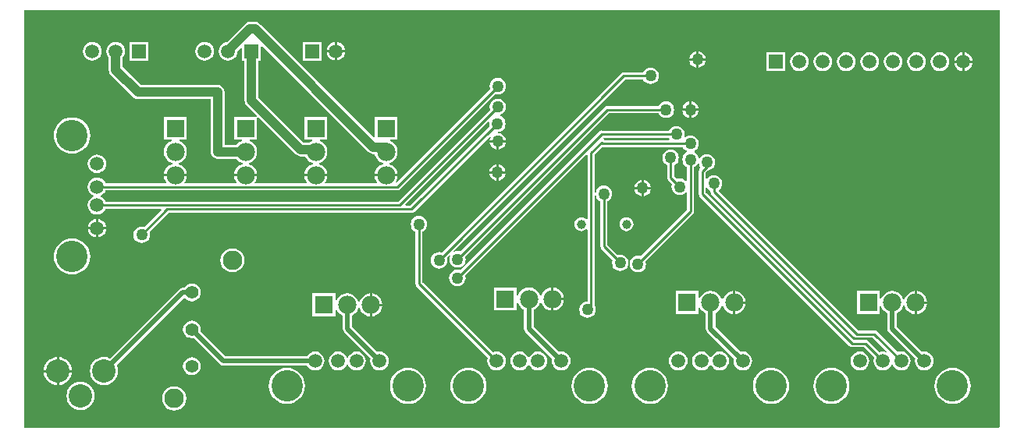
<source format=gbl>
G04*
G04 #@! TF.GenerationSoftware,Altium Limited,Altium Designer,18.1.7 (191)*
G04*
G04 Layer_Physical_Order=2*
G04 Layer_Color=16711680*
%FSLAX23Y23*%
%MOIN*%
G70*
G01*
G75*
%ADD12C,0.010*%
%ADD17C,0.040*%
%ADD34C,0.020*%
%ADD35C,0.030*%
%ADD36R,0.078X0.078*%
%ADD37C,0.078*%
%ADD38R,0.078X0.078*%
%ADD39C,0.055*%
%ADD40C,0.083*%
%ADD41R,0.059X0.059*%
%ADD42C,0.059*%
%ADD43C,0.100*%
%ADD44C,0.039*%
%ADD45C,0.134*%
%ADD46C,0.050*%
G36*
X4165Y2D02*
X4160Y-0D01*
X4160Y0D01*
X0D01*
Y1785D01*
X4165D01*
Y2D01*
D02*
G37*
%LPC*%
G36*
X1335Y1649D02*
Y1615D01*
X1369D01*
X1369Y1620D01*
X1365Y1630D01*
X1358Y1638D01*
X1350Y1645D01*
X1340Y1649D01*
X1335Y1649D01*
D02*
G37*
G36*
X1325D02*
X1320Y1649D01*
X1310Y1645D01*
X1302Y1638D01*
X1295Y1630D01*
X1291Y1620D01*
X1291Y1615D01*
X1325D01*
Y1649D01*
D02*
G37*
G36*
X2880Y1610D02*
Y1580D01*
X2910D01*
X2909Y1584D01*
X2906Y1593D01*
X2900Y1600D01*
X2893Y1606D01*
X2884Y1609D01*
X2880Y1610D01*
D02*
G37*
G36*
X2870D02*
X2866Y1609D01*
X2857Y1606D01*
X2850Y1600D01*
X2844Y1593D01*
X2841Y1584D01*
X2840Y1580D01*
X2870D01*
Y1610D01*
D02*
G37*
G36*
X1369Y1605D02*
X1335D01*
Y1571D01*
X1340Y1571D01*
X1350Y1575D01*
X1358Y1582D01*
X1365Y1590D01*
X1369Y1600D01*
X1369Y1605D01*
D02*
G37*
G36*
X1325D02*
X1291D01*
X1291Y1600D01*
X1295Y1590D01*
X1302Y1582D01*
X1310Y1575D01*
X1320Y1571D01*
X1325Y1571D01*
Y1605D01*
D02*
G37*
G36*
X1270Y1650D02*
X1190D01*
Y1570D01*
X1270D01*
Y1650D01*
D02*
G37*
G36*
X530D02*
X450D01*
Y1570D01*
X530D01*
Y1650D01*
D02*
G37*
G36*
X770Y1650D02*
X760Y1649D01*
X750Y1645D01*
X742Y1638D01*
X735Y1630D01*
X731Y1620D01*
X730Y1610D01*
X731Y1600D01*
X735Y1590D01*
X742Y1582D01*
X750Y1575D01*
X760Y1571D01*
X770Y1570D01*
X780Y1571D01*
X790Y1575D01*
X798Y1582D01*
X805Y1590D01*
X809Y1600D01*
X810Y1610D01*
X809Y1620D01*
X805Y1630D01*
X798Y1638D01*
X790Y1645D01*
X780Y1649D01*
X770Y1650D01*
D02*
G37*
G36*
X290D02*
X280Y1649D01*
X270Y1645D01*
X262Y1638D01*
X255Y1630D01*
X251Y1620D01*
X250Y1610D01*
X251Y1600D01*
X255Y1590D01*
X262Y1582D01*
X270Y1575D01*
X280Y1571D01*
X290Y1570D01*
X300Y1571D01*
X310Y1575D01*
X318Y1582D01*
X325Y1590D01*
X329Y1600D01*
X330Y1610D01*
X329Y1620D01*
X325Y1630D01*
X318Y1638D01*
X310Y1645D01*
X300Y1649D01*
X290Y1650D01*
D02*
G37*
G36*
X4015Y1604D02*
Y1570D01*
X4049D01*
X4049Y1575D01*
X4045Y1585D01*
X4038Y1593D01*
X4030Y1600D01*
X4020Y1604D01*
X4015Y1604D01*
D02*
G37*
G36*
X4005D02*
X4000Y1604D01*
X3990Y1600D01*
X3982Y1593D01*
X3975Y1585D01*
X3971Y1575D01*
X3971Y1570D01*
X4005D01*
Y1604D01*
D02*
G37*
G36*
X2910Y1570D02*
X2880D01*
Y1540D01*
X2884Y1541D01*
X2893Y1544D01*
X2900Y1550D01*
X2906Y1557D01*
X2909Y1566D01*
X2910Y1570D01*
D02*
G37*
G36*
X2870D02*
X2840D01*
X2841Y1566D01*
X2844Y1557D01*
X2850Y1550D01*
X2857Y1544D01*
X2866Y1541D01*
X2870Y1540D01*
Y1570D01*
D02*
G37*
G36*
X4049Y1560D02*
X4015D01*
Y1526D01*
X4020Y1526D01*
X4030Y1530D01*
X4038Y1537D01*
X4045Y1545D01*
X4049Y1555D01*
X4049Y1560D01*
D02*
G37*
G36*
X4005D02*
X3971D01*
X3971Y1555D01*
X3975Y1545D01*
X3982Y1537D01*
X3990Y1530D01*
X4000Y1526D01*
X4005Y1526D01*
Y1560D01*
D02*
G37*
G36*
X3250Y1605D02*
X3170D01*
Y1525D01*
X3250D01*
Y1605D01*
D02*
G37*
G36*
X3910Y1605D02*
X3900Y1604D01*
X3890Y1600D01*
X3882Y1593D01*
X3875Y1585D01*
X3871Y1575D01*
X3870Y1565D01*
X3871Y1555D01*
X3875Y1545D01*
X3882Y1537D01*
X3890Y1530D01*
X3900Y1526D01*
X3910Y1525D01*
X3920Y1526D01*
X3930Y1530D01*
X3938Y1537D01*
X3945Y1545D01*
X3949Y1555D01*
X3950Y1565D01*
X3949Y1575D01*
X3945Y1585D01*
X3938Y1593D01*
X3930Y1600D01*
X3920Y1604D01*
X3910Y1605D01*
D02*
G37*
G36*
X3810D02*
X3800Y1604D01*
X3790Y1600D01*
X3782Y1593D01*
X3775Y1585D01*
X3771Y1575D01*
X3770Y1565D01*
X3771Y1555D01*
X3775Y1545D01*
X3782Y1537D01*
X3790Y1530D01*
X3800Y1526D01*
X3810Y1525D01*
X3820Y1526D01*
X3830Y1530D01*
X3838Y1537D01*
X3845Y1545D01*
X3849Y1555D01*
X3850Y1565D01*
X3849Y1575D01*
X3845Y1585D01*
X3838Y1593D01*
X3830Y1600D01*
X3820Y1604D01*
X3810Y1605D01*
D02*
G37*
G36*
X3710D02*
X3700Y1604D01*
X3690Y1600D01*
X3682Y1593D01*
X3675Y1585D01*
X3671Y1575D01*
X3670Y1565D01*
X3671Y1555D01*
X3675Y1545D01*
X3682Y1537D01*
X3690Y1530D01*
X3700Y1526D01*
X3710Y1525D01*
X3720Y1526D01*
X3730Y1530D01*
X3738Y1537D01*
X3745Y1545D01*
X3749Y1555D01*
X3750Y1565D01*
X3749Y1575D01*
X3745Y1585D01*
X3738Y1593D01*
X3730Y1600D01*
X3720Y1604D01*
X3710Y1605D01*
D02*
G37*
G36*
X3610D02*
X3600Y1604D01*
X3590Y1600D01*
X3582Y1593D01*
X3575Y1585D01*
X3571Y1575D01*
X3570Y1565D01*
X3571Y1555D01*
X3575Y1545D01*
X3582Y1537D01*
X3590Y1530D01*
X3600Y1526D01*
X3610Y1525D01*
X3620Y1526D01*
X3630Y1530D01*
X3638Y1537D01*
X3645Y1545D01*
X3649Y1555D01*
X3650Y1565D01*
X3649Y1575D01*
X3645Y1585D01*
X3638Y1593D01*
X3630Y1600D01*
X3620Y1604D01*
X3610Y1605D01*
D02*
G37*
G36*
X3510D02*
X3500Y1604D01*
X3490Y1600D01*
X3482Y1593D01*
X3475Y1585D01*
X3471Y1575D01*
X3470Y1565D01*
X3471Y1555D01*
X3475Y1545D01*
X3482Y1537D01*
X3490Y1530D01*
X3500Y1526D01*
X3510Y1525D01*
X3520Y1526D01*
X3530Y1530D01*
X3538Y1537D01*
X3545Y1545D01*
X3549Y1555D01*
X3550Y1565D01*
X3549Y1575D01*
X3545Y1585D01*
X3538Y1593D01*
X3530Y1600D01*
X3520Y1604D01*
X3510Y1605D01*
D02*
G37*
G36*
X3410D02*
X3400Y1604D01*
X3390Y1600D01*
X3382Y1593D01*
X3375Y1585D01*
X3371Y1575D01*
X3370Y1565D01*
X3371Y1555D01*
X3375Y1545D01*
X3382Y1537D01*
X3390Y1530D01*
X3400Y1526D01*
X3410Y1525D01*
X3420Y1526D01*
X3430Y1530D01*
X3438Y1537D01*
X3445Y1545D01*
X3449Y1555D01*
X3450Y1565D01*
X3449Y1575D01*
X3445Y1585D01*
X3438Y1593D01*
X3430Y1600D01*
X3420Y1604D01*
X3410Y1605D01*
D02*
G37*
G36*
X3310D02*
X3300Y1604D01*
X3290Y1600D01*
X3282Y1593D01*
X3275Y1585D01*
X3271Y1575D01*
X3270Y1565D01*
X3271Y1555D01*
X3275Y1545D01*
X3282Y1537D01*
X3290Y1530D01*
X3300Y1526D01*
X3310Y1525D01*
X3320Y1526D01*
X3330Y1530D01*
X3338Y1537D01*
X3345Y1545D01*
X3349Y1555D01*
X3350Y1565D01*
X3349Y1575D01*
X3345Y1585D01*
X3338Y1593D01*
X3330Y1600D01*
X3320Y1604D01*
X3310Y1605D01*
D02*
G37*
G36*
X2675Y1540D02*
X2666Y1539D01*
X2657Y1536D01*
X2650Y1530D01*
X2644Y1523D01*
X2643Y1520D01*
X2560D01*
X2554Y1519D01*
X2549Y1516D01*
X1782Y749D01*
X1780Y750D01*
X1771Y751D01*
X1761Y750D01*
X1753Y746D01*
X1746Y741D01*
X1740Y733D01*
X1736Y725D01*
X1735Y716D01*
X1736Y706D01*
X1740Y698D01*
X1746Y691D01*
X1753Y685D01*
X1761Y681D01*
X1771Y680D01*
X1780Y681D01*
X1788Y685D01*
X1796Y691D01*
X1801Y698D01*
X1805Y706D01*
X1806Y716D01*
X1805Y725D01*
X1804Y727D01*
X1814Y737D01*
X1818Y734D01*
X1816Y729D01*
X1815Y720D01*
X1816Y711D01*
X1819Y702D01*
X1825Y695D01*
X1832Y689D01*
X1841Y686D01*
X1850Y685D01*
X1859Y686D01*
X1868Y689D01*
X1875Y695D01*
X1881Y702D01*
X1884Y711D01*
X1885Y720D01*
X1884Y729D01*
X1883Y731D01*
X2496Y1345D01*
X2708D01*
X2709Y1342D01*
X2715Y1335D01*
X2722Y1329D01*
X2731Y1326D01*
X2740Y1325D01*
X2749Y1326D01*
X2758Y1329D01*
X2765Y1335D01*
X2771Y1342D01*
X2774Y1351D01*
X2775Y1360D01*
X2774Y1369D01*
X2771Y1378D01*
X2765Y1385D01*
X2758Y1391D01*
X2749Y1394D01*
X2740Y1395D01*
X2731Y1394D01*
X2722Y1391D01*
X2715Y1385D01*
X2709Y1378D01*
X2708Y1375D01*
X2490D01*
X2484Y1374D01*
X2479Y1371D01*
X1861Y753D01*
X1859Y754D01*
X1850Y755D01*
X1841Y754D01*
X1836Y752D01*
X1833Y756D01*
X2566Y1490D01*
X2643D01*
X2644Y1487D01*
X2650Y1480D01*
X2657Y1474D01*
X2666Y1471D01*
X2675Y1470D01*
X2684Y1471D01*
X2693Y1474D01*
X2700Y1480D01*
X2706Y1487D01*
X2709Y1496D01*
X2710Y1505D01*
X2709Y1514D01*
X2706Y1523D01*
X2700Y1530D01*
X2693Y1536D01*
X2684Y1539D01*
X2675Y1540D01*
D02*
G37*
G36*
X2022Y1495D02*
X2013Y1494D01*
X2004Y1491D01*
X1997Y1485D01*
X1991Y1478D01*
X1988Y1469D01*
X1987Y1460D01*
X1988Y1451D01*
X1989Y1449D01*
X1590Y1050D01*
X1586Y1053D01*
X1588Y1055D01*
X1593Y1067D01*
X1594Y1075D01*
X1545D01*
X1496D01*
X1497Y1067D01*
X1502Y1055D01*
X1506Y1050D01*
X1504Y1045D01*
X1286D01*
X1284Y1050D01*
X1288Y1055D01*
X1293Y1067D01*
X1294Y1075D01*
X1245D01*
X1196D01*
X1197Y1067D01*
X1202Y1055D01*
X1206Y1050D01*
X1204Y1045D01*
X986D01*
X984Y1050D01*
X988Y1055D01*
X993Y1067D01*
X994Y1075D01*
X945D01*
X896D01*
X897Y1067D01*
X902Y1055D01*
X906Y1050D01*
X904Y1045D01*
X686D01*
X684Y1050D01*
X688Y1055D01*
X693Y1067D01*
X694Y1075D01*
X645D01*
X596D01*
X597Y1067D01*
X602Y1055D01*
X606Y1050D01*
X604Y1045D01*
X346D01*
X345Y1050D01*
X338Y1058D01*
X330Y1065D01*
X320Y1069D01*
X310Y1070D01*
X300Y1069D01*
X290Y1065D01*
X282Y1058D01*
X275Y1050D01*
X271Y1040D01*
X270Y1030D01*
X271Y1020D01*
X275Y1010D01*
X282Y1002D01*
X290Y995D01*
X295Y993D01*
Y988D01*
X290Y986D01*
X282Y979D01*
X275Y971D01*
X271Y962D01*
X270Y951D01*
X271Y941D01*
X275Y931D01*
X282Y923D01*
X290Y917D01*
X300Y913D01*
X310Y911D01*
X320Y913D01*
X330Y917D01*
X338Y923D01*
X345Y931D01*
X346Y936D01*
X584D01*
X586Y931D01*
X512Y858D01*
X510Y859D01*
X501Y860D01*
X492Y859D01*
X483Y856D01*
X476Y850D01*
X470Y843D01*
X467Y834D01*
X466Y825D01*
X467Y816D01*
X470Y807D01*
X476Y800D01*
X483Y794D01*
X492Y791D01*
X501Y790D01*
X510Y791D01*
X519Y794D01*
X526Y800D01*
X532Y807D01*
X535Y816D01*
X536Y825D01*
X535Y834D01*
X534Y836D01*
X616Y919D01*
X1654D01*
X1660Y920D01*
X1665Y923D01*
X1988Y1246D01*
X1992Y1243D01*
X1991Y1243D01*
X1988Y1234D01*
X1987Y1230D01*
X2057D01*
X2056Y1234D01*
X2053Y1243D01*
X2047Y1250D01*
X2040Y1256D01*
X2031Y1259D01*
X2024Y1260D01*
X2023Y1260D01*
X2023Y1265D01*
D01*
Y1265D01*
X2028Y1266D01*
X2029Y1266D01*
X2038Y1269D01*
X2045Y1275D01*
X2051Y1282D01*
X2054Y1291D01*
X2055Y1300D01*
X2054Y1309D01*
X2051Y1318D01*
X2045Y1325D01*
X2038Y1331D01*
X2032Y1333D01*
X2032Y1335D01*
X2032Y1338D01*
X2040Y1341D01*
X2047Y1347D01*
X2053Y1354D01*
X2056Y1363D01*
X2057Y1372D01*
X2056Y1381D01*
X2053Y1390D01*
X2047Y1397D01*
X2040Y1403D01*
X2031Y1406D01*
X2022Y1407D01*
X2013Y1406D01*
X2004Y1403D01*
X1997Y1397D01*
X1991Y1390D01*
X1988Y1381D01*
X1987Y1372D01*
X1988Y1363D01*
X1989Y1360D01*
X1595Y967D01*
X346D01*
X345Y971D01*
X338Y979D01*
X330Y986D01*
X325Y988D01*
Y993D01*
X330Y995D01*
X338Y1002D01*
X345Y1010D01*
X346Y1015D01*
X1592D01*
X1598Y1016D01*
X1603Y1019D01*
X2010Y1427D01*
X2013Y1426D01*
X2022Y1425D01*
X2031Y1426D01*
X2040Y1429D01*
X2047Y1435D01*
X2053Y1442D01*
X2056Y1451D01*
X2057Y1460D01*
X2056Y1469D01*
X2053Y1478D01*
X2047Y1485D01*
X2040Y1491D01*
X2031Y1494D01*
X2022Y1495D01*
D02*
G37*
G36*
X2850Y1395D02*
Y1365D01*
X2880D01*
X2879Y1369D01*
X2876Y1378D01*
X2870Y1385D01*
X2863Y1391D01*
X2854Y1394D01*
X2850Y1395D01*
D02*
G37*
G36*
X2840D02*
X2836Y1394D01*
X2827Y1391D01*
X2820Y1385D01*
X2814Y1378D01*
X2811Y1369D01*
X2810Y1365D01*
X2840D01*
Y1395D01*
D02*
G37*
G36*
X985Y1735D02*
X964D01*
X956Y1734D01*
X948Y1731D01*
X942Y1726D01*
X865Y1649D01*
X860Y1649D01*
X850Y1645D01*
X842Y1638D01*
X835Y1630D01*
X831Y1620D01*
X830Y1610D01*
X831Y1600D01*
X835Y1590D01*
X842Y1582D01*
X850Y1575D01*
X860Y1571D01*
X870Y1570D01*
X880Y1571D01*
X890Y1575D01*
X898Y1582D01*
X905Y1590D01*
X909Y1600D01*
X910Y1608D01*
X926Y1625D01*
X930Y1623D01*
Y1570D01*
X940D01*
Y1400D01*
X941Y1392D01*
X944Y1385D01*
X949Y1379D01*
X993Y1334D01*
X991Y1329D01*
X991Y1329D01*
Y1329D01*
X990Y1329D01*
X896D01*
Y1231D01*
X928D01*
X929Y1226D01*
X920Y1223D01*
X910Y1215D01*
X906Y1210D01*
X855D01*
Y1435D01*
X854Y1443D01*
X851Y1450D01*
X846Y1456D01*
X840Y1461D01*
X833Y1464D01*
X825Y1465D01*
X498D01*
X420Y1543D01*
Y1585D01*
X425Y1590D01*
X429Y1600D01*
X430Y1610D01*
X429Y1620D01*
X425Y1630D01*
X418Y1638D01*
X410Y1645D01*
X400Y1649D01*
X390Y1650D01*
X380Y1649D01*
X370Y1645D01*
X362Y1638D01*
X355Y1630D01*
X351Y1620D01*
X350Y1610D01*
X351Y1600D01*
X355Y1590D01*
X360Y1585D01*
Y1530D01*
X361Y1522D01*
X364Y1515D01*
X369Y1509D01*
X464Y1414D01*
X470Y1409D01*
X477Y1406D01*
X485Y1405D01*
X795D01*
Y1180D01*
X796Y1172D01*
X799Y1165D01*
X804Y1159D01*
X810Y1154D01*
X817Y1151D01*
X825Y1150D01*
X906D01*
X910Y1145D01*
X920Y1137D01*
X932Y1132D01*
Y1127D01*
X920Y1122D01*
X910Y1115D01*
X902Y1104D01*
X897Y1092D01*
X896Y1085D01*
X945D01*
X994D01*
X993Y1092D01*
X988Y1104D01*
X980Y1115D01*
X970Y1122D01*
X958Y1127D01*
Y1132D01*
X970Y1137D01*
X980Y1145D01*
X988Y1155D01*
X993Y1167D01*
X994Y1180D01*
X993Y1193D01*
X988Y1205D01*
X980Y1215D01*
X970Y1223D01*
X961Y1226D01*
X962Y1231D01*
X994D01*
Y1326D01*
X994Y1326D01*
X995Y1326D01*
X999Y1328D01*
X1159Y1169D01*
X1159Y1169D01*
X1165Y1164D01*
X1172Y1161D01*
X1180Y1160D01*
X1200D01*
X1202Y1155D01*
X1210Y1145D01*
X1220Y1137D01*
X1232Y1132D01*
Y1127D01*
X1220Y1122D01*
X1210Y1115D01*
X1202Y1104D01*
X1197Y1092D01*
X1196Y1085D01*
X1245D01*
X1294D01*
X1293Y1092D01*
X1288Y1104D01*
X1280Y1115D01*
X1270Y1122D01*
X1258Y1127D01*
Y1132D01*
X1270Y1137D01*
X1280Y1145D01*
X1288Y1155D01*
X1293Y1167D01*
X1294Y1180D01*
X1293Y1193D01*
X1288Y1205D01*
X1280Y1215D01*
X1270Y1223D01*
X1261Y1226D01*
X1262Y1231D01*
X1294D01*
Y1329D01*
X1196D01*
Y1231D01*
X1228D01*
X1229Y1226D01*
X1220Y1223D01*
X1217Y1220D01*
X1193D01*
X1000Y1413D01*
Y1570D01*
X1010D01*
Y1631D01*
X1014Y1633D01*
X1469Y1179D01*
X1475Y1174D01*
X1482Y1171D01*
X1490Y1170D01*
X1497D01*
X1497Y1167D01*
X1502Y1155D01*
X1510Y1145D01*
X1520Y1137D01*
X1532Y1132D01*
Y1127D01*
X1520Y1122D01*
X1510Y1115D01*
X1502Y1104D01*
X1497Y1092D01*
X1496Y1085D01*
X1545D01*
X1594D01*
X1593Y1092D01*
X1588Y1104D01*
X1580Y1115D01*
X1570Y1122D01*
X1558Y1127D01*
Y1132D01*
X1570Y1137D01*
X1580Y1145D01*
X1588Y1155D01*
X1593Y1167D01*
X1594Y1180D01*
X1593Y1193D01*
X1588Y1205D01*
X1580Y1215D01*
X1570Y1223D01*
X1561Y1226D01*
X1562Y1231D01*
X1594D01*
Y1329D01*
X1496D01*
Y1243D01*
X1491Y1241D01*
X1006Y1726D01*
X1000Y1731D01*
X993Y1734D01*
X985Y1735D01*
D02*
G37*
G36*
X2880Y1355D02*
X2850D01*
Y1325D01*
X2854Y1326D01*
X2863Y1329D01*
X2870Y1335D01*
X2876Y1342D01*
X2879Y1351D01*
X2880Y1355D01*
D02*
G37*
G36*
X2840D02*
X2810D01*
X2811Y1351D01*
X2814Y1342D01*
X2820Y1335D01*
X2827Y1329D01*
X2836Y1326D01*
X2840Y1325D01*
Y1355D01*
D02*
G37*
G36*
X2785Y1290D02*
X2776Y1289D01*
X2767Y1286D01*
X2760Y1280D01*
X2754Y1273D01*
X2753Y1270D01*
X2466D01*
X2465Y1271D01*
X2459Y1269D01*
X2454Y1266D01*
X1861Y673D01*
X1859Y674D01*
X1850Y675D01*
X1840Y674D01*
X1832Y671D01*
X1825Y665D01*
X1819Y658D01*
X1815Y649D01*
X1814Y640D01*
X1815Y631D01*
X1819Y622D01*
X1825Y615D01*
X1832Y609D01*
X1840Y606D01*
X1850Y605D01*
X1859Y606D01*
X1867Y609D01*
X1875Y615D01*
X1880Y622D01*
X1884Y631D01*
X1885Y640D01*
X1884Y649D01*
X1883Y651D01*
X2400Y1169D01*
X2405Y1167D01*
Y893D01*
X2403Y892D01*
X2400Y891D01*
X2394Y896D01*
X2387Y899D01*
X2379Y900D01*
X2371Y899D01*
X2364Y896D01*
X2358Y891D01*
X2353Y885D01*
X2350Y878D01*
X2349Y870D01*
X2350Y862D01*
X2353Y855D01*
X2358Y849D01*
X2364Y844D01*
X2371Y841D01*
X2379Y840D01*
X2387Y841D01*
X2394Y844D01*
X2400Y849D01*
X2403Y848D01*
X2405Y847D01*
Y540D01*
X2396Y539D01*
X2387Y536D01*
X2380Y530D01*
X2374Y523D01*
X2371Y514D01*
X2370Y505D01*
X2371Y496D01*
X2374Y487D01*
X2380Y480D01*
X2387Y474D01*
X2396Y471D01*
X2405Y470D01*
X2414Y471D01*
X2423Y474D01*
X2430Y480D01*
X2436Y487D01*
X2439Y496D01*
X2440Y505D01*
X2439Y514D01*
X2436Y523D01*
X2435Y523D01*
Y995D01*
X2440Y995D01*
X2441Y991D01*
X2444Y982D01*
X2450Y975D01*
X2457Y969D01*
X2460Y968D01*
Y775D01*
X2461Y769D01*
X2464Y764D01*
X2512Y716D01*
X2511Y714D01*
X2510Y705D01*
X2511Y696D01*
X2514Y687D01*
X2520Y680D01*
X2527Y674D01*
X2536Y671D01*
X2545Y670D01*
X2554Y671D01*
X2563Y674D01*
X2570Y680D01*
X2576Y687D01*
X2579Y696D01*
X2580Y705D01*
X2579Y714D01*
X2576Y723D01*
X2570Y730D01*
X2563Y736D01*
X2554Y739D01*
X2545Y740D01*
X2536Y739D01*
X2534Y738D01*
X2490Y781D01*
Y968D01*
X2493Y969D01*
X2500Y975D01*
X2506Y982D01*
X2509Y991D01*
X2510Y1000D01*
X2509Y1009D01*
X2506Y1018D01*
X2500Y1025D01*
X2493Y1031D01*
X2484Y1034D01*
X2475Y1035D01*
X2466Y1034D01*
X2457Y1031D01*
X2450Y1025D01*
X2444Y1018D01*
X2441Y1009D01*
X2440Y1005D01*
X2435Y1005D01*
Y1169D01*
X2467Y1200D01*
X2470Y1200D01*
X2813D01*
X2814Y1197D01*
X2820Y1190D01*
X2827Y1184D01*
X2829Y1184D01*
Y1179D01*
X2827Y1178D01*
X2820Y1172D01*
X2814Y1165D01*
X2811Y1157D01*
X2810Y1147D01*
X2811Y1138D01*
X2814Y1130D01*
X2820Y1122D01*
X2827Y1117D01*
X2830Y1116D01*
Y1056D01*
X2825Y1054D01*
X2824Y1055D01*
X2817Y1061D01*
X2809Y1064D01*
X2800Y1065D01*
X2790Y1064D01*
X2788Y1063D01*
X2775Y1076D01*
Y1123D01*
X2778Y1124D01*
X2785Y1130D01*
X2791Y1137D01*
X2794Y1146D01*
X2795Y1155D01*
X2794Y1164D01*
X2791Y1173D01*
X2785Y1180D01*
X2778Y1186D01*
X2769Y1189D01*
X2760Y1190D01*
X2751Y1189D01*
X2742Y1186D01*
X2735Y1180D01*
X2729Y1173D01*
X2726Y1164D01*
X2725Y1155D01*
X2726Y1146D01*
X2729Y1137D01*
X2735Y1130D01*
X2742Y1124D01*
X2745Y1123D01*
Y1070D01*
X2746Y1064D01*
X2749Y1059D01*
X2766Y1041D01*
X2765Y1039D01*
X2764Y1030D01*
X2765Y1021D01*
X2769Y1012D01*
X2775Y1005D01*
X2782Y999D01*
X2790Y996D01*
X2800Y995D01*
X2809Y996D01*
X2817Y999D01*
X2824Y1005D01*
X2825Y1006D01*
X2830Y1004D01*
Y931D01*
X2631Y733D01*
X2629Y734D01*
X2620Y735D01*
X2611Y734D01*
X2602Y731D01*
X2595Y725D01*
X2589Y718D01*
X2586Y709D01*
X2585Y700D01*
X2586Y691D01*
X2589Y682D01*
X2595Y675D01*
X2602Y669D01*
X2611Y666D01*
X2620Y665D01*
X2629Y666D01*
X2638Y669D01*
X2645Y675D01*
X2651Y682D01*
X2654Y691D01*
X2655Y700D01*
X2654Y709D01*
X2653Y711D01*
X2856Y914D01*
X2859Y919D01*
X2860Y925D01*
Y1116D01*
X2863Y1117D01*
X2870Y1122D01*
X2875Y1130D01*
X2876Y1130D01*
X2881Y1129D01*
X2881Y1126D01*
X2884Y1117D01*
X2888Y1112D01*
X2884Y1108D01*
X2881Y1103D01*
X2880Y1097D01*
Y1000D01*
X2881Y994D01*
X2884Y989D01*
X3524Y349D01*
X3529Y346D01*
X3535Y345D01*
X3585D01*
X3630Y300D01*
X3628Y295D01*
X3626Y285D01*
X3628Y275D01*
X3632Y265D01*
X3638Y257D01*
X3646Y250D01*
X3656Y246D01*
X3666Y245D01*
X3677Y246D01*
X3686Y250D01*
X3694Y257D01*
X3701Y265D01*
X3703Y270D01*
X3708D01*
X3710Y265D01*
X3717Y257D01*
X3725Y250D01*
X3735Y246D01*
X3745Y245D01*
X3755Y246D01*
X3765Y250D01*
X3773Y257D01*
X3780Y265D01*
X3784Y275D01*
X3785Y285D01*
X3784Y295D01*
X3780Y305D01*
X3773Y313D01*
X3765Y320D01*
X3755Y324D01*
X3745Y325D01*
X3735Y324D01*
X3730Y322D01*
X3641Y411D01*
X3636Y414D01*
X3630Y415D01*
X3561D01*
X2966Y1011D01*
X2966Y1017D01*
X2970Y1020D01*
X2976Y1027D01*
X2979Y1036D01*
X2980Y1045D01*
X2979Y1054D01*
X2976Y1063D01*
X2970Y1070D01*
X2963Y1076D01*
X2954Y1079D01*
X2945Y1080D01*
X2936Y1079D01*
X2927Y1076D01*
X2920Y1070D01*
X2915Y1064D01*
X2910Y1065D01*
Y1091D01*
X2920Y1100D01*
X2924Y1101D01*
X2933Y1104D01*
X2940Y1110D01*
X2946Y1117D01*
X2949Y1126D01*
X2950Y1135D01*
X2949Y1144D01*
X2946Y1153D01*
X2940Y1160D01*
X2933Y1166D01*
X2924Y1169D01*
X2915Y1170D01*
X2906Y1169D01*
X2897Y1166D01*
X2890Y1160D01*
X2885Y1153D01*
X2884Y1153D01*
X2879Y1154D01*
X2879Y1157D01*
X2876Y1165D01*
X2870Y1172D01*
X2863Y1178D01*
X2861Y1179D01*
Y1184D01*
X2863Y1184D01*
X2870Y1190D01*
X2876Y1197D01*
X2879Y1206D01*
X2880Y1215D01*
X2879Y1224D01*
X2876Y1233D01*
X2870Y1240D01*
X2863Y1246D01*
X2854Y1249D01*
X2845Y1250D01*
X2836Y1249D01*
X2827Y1246D01*
X2823Y1242D01*
X2819Y1245D01*
X2819Y1246D01*
X2820Y1255D01*
X2819Y1264D01*
X2816Y1273D01*
X2810Y1280D01*
X2803Y1286D01*
X2794Y1289D01*
X2785Y1290D01*
D02*
G37*
G36*
X2057Y1220D02*
X2027D01*
Y1190D01*
X2031Y1191D01*
X2040Y1194D01*
X2047Y1200D01*
X2053Y1207D01*
X2056Y1216D01*
X2057Y1220D01*
D02*
G37*
G36*
X2017D02*
X1987D01*
X1988Y1216D01*
X1991Y1207D01*
X1997Y1200D01*
X2004Y1194D01*
X2013Y1191D01*
X2017Y1190D01*
Y1220D01*
D02*
G37*
G36*
X203Y1327D02*
X188Y1325D01*
X174Y1321D01*
X160Y1314D01*
X149Y1304D01*
X139Y1292D01*
X132Y1279D01*
X127Y1264D01*
X126Y1249D01*
X127Y1234D01*
X132Y1220D01*
X139Y1206D01*
X149Y1195D01*
X160Y1185D01*
X174Y1178D01*
X188Y1173D01*
X203Y1172D01*
X218Y1173D01*
X233Y1178D01*
X246Y1185D01*
X258Y1195D01*
X268Y1206D01*
X275Y1220D01*
X279Y1234D01*
X281Y1249D01*
X279Y1264D01*
X275Y1279D01*
X268Y1292D01*
X258Y1304D01*
X246Y1314D01*
X233Y1321D01*
X218Y1325D01*
X203Y1327D01*
D02*
G37*
G36*
X2025Y1126D02*
Y1096D01*
X2055D01*
X2054Y1100D01*
X2051Y1109D01*
X2045Y1116D01*
X2038Y1122D01*
X2029Y1125D01*
X2025Y1126D01*
D02*
G37*
G36*
X2015D02*
X2011Y1125D01*
X2002Y1122D01*
X1995Y1116D01*
X1989Y1109D01*
X1986Y1100D01*
X1985Y1096D01*
X2015D01*
Y1126D01*
D02*
G37*
G36*
X310Y1168D02*
X300Y1167D01*
X290Y1163D01*
X282Y1157D01*
X275Y1148D01*
X271Y1139D01*
X270Y1128D01*
X271Y1118D01*
X275Y1108D01*
X282Y1100D01*
X290Y1094D01*
X300Y1090D01*
X310Y1089D01*
X320Y1090D01*
X330Y1094D01*
X338Y1100D01*
X345Y1108D01*
X349Y1118D01*
X350Y1128D01*
X349Y1139D01*
X345Y1148D01*
X338Y1157D01*
X330Y1163D01*
X320Y1167D01*
X310Y1168D01*
D02*
G37*
G36*
X694Y1329D02*
X596D01*
Y1231D01*
X628D01*
X629Y1226D01*
X620Y1223D01*
X610Y1215D01*
X602Y1205D01*
X597Y1193D01*
X596Y1180D01*
X597Y1167D01*
X602Y1155D01*
X610Y1145D01*
X620Y1137D01*
X632Y1132D01*
Y1127D01*
X620Y1122D01*
X610Y1115D01*
X602Y1104D01*
X597Y1092D01*
X596Y1085D01*
X645D01*
X694D01*
X693Y1092D01*
X688Y1104D01*
X680Y1115D01*
X670Y1122D01*
X658Y1127D01*
Y1132D01*
X670Y1137D01*
X680Y1145D01*
X688Y1155D01*
X693Y1167D01*
X694Y1180D01*
X693Y1193D01*
X688Y1205D01*
X680Y1215D01*
X670Y1223D01*
X661Y1226D01*
X662Y1231D01*
X694D01*
Y1329D01*
D02*
G37*
G36*
X2055Y1086D02*
X2025D01*
Y1057D01*
X2029Y1057D01*
X2038Y1061D01*
X2045Y1066D01*
X2051Y1074D01*
X2054Y1082D01*
X2055Y1086D01*
D02*
G37*
G36*
X2015D02*
X1985D01*
X1986Y1082D01*
X1989Y1074D01*
X1995Y1066D01*
X2002Y1061D01*
X2011Y1057D01*
X2015Y1057D01*
Y1086D01*
D02*
G37*
G36*
X2645Y1060D02*
Y1030D01*
X2675D01*
X2674Y1034D01*
X2671Y1043D01*
X2665Y1050D01*
X2658Y1056D01*
X2649Y1059D01*
X2645Y1060D01*
D02*
G37*
G36*
X2635D02*
X2631Y1059D01*
X2622Y1056D01*
X2615Y1050D01*
X2609Y1043D01*
X2606Y1034D01*
X2605Y1030D01*
X2635D01*
Y1060D01*
D02*
G37*
G36*
X2675Y1020D02*
X2645D01*
Y990D01*
X2649Y991D01*
X2658Y994D01*
X2665Y1000D01*
X2671Y1007D01*
X2674Y1016D01*
X2675Y1020D01*
D02*
G37*
G36*
X2635D02*
X2605D01*
X2606Y1016D01*
X2609Y1007D01*
X2615Y1000D01*
X2622Y994D01*
X2631Y991D01*
X2635Y990D01*
Y1020D01*
D02*
G37*
G36*
X315Y892D02*
Y858D01*
X349D01*
X349Y863D01*
X345Y873D01*
X338Y881D01*
X330Y887D01*
X320Y891D01*
X315Y892D01*
D02*
G37*
G36*
X305D02*
X300Y891D01*
X290Y887D01*
X282Y881D01*
X275Y873D01*
X271Y863D01*
X271Y858D01*
X305D01*
Y892D01*
D02*
G37*
G36*
X2571Y900D02*
X2563Y899D01*
X2556Y896D01*
X2550Y891D01*
X2545Y885D01*
X2542Y878D01*
X2541Y870D01*
X2542Y862D01*
X2545Y855D01*
X2550Y849D01*
X2556Y844D01*
X2563Y841D01*
X2571Y840D01*
X2579Y841D01*
X2586Y844D01*
X2592Y849D01*
X2597Y855D01*
X2600Y862D01*
X2601Y870D01*
X2600Y878D01*
X2597Y885D01*
X2592Y891D01*
X2586Y896D01*
X2579Y899D01*
X2571Y900D01*
D02*
G37*
G36*
X349Y848D02*
X315D01*
Y814D01*
X320Y814D01*
X330Y818D01*
X338Y825D01*
X345Y833D01*
X349Y843D01*
X349Y848D01*
D02*
G37*
G36*
X305D02*
X271D01*
X271Y843D01*
X275Y833D01*
X282Y825D01*
X290Y818D01*
X300Y814D01*
X305Y814D01*
Y848D01*
D02*
G37*
G36*
X888Y767D02*
X875Y766D01*
X862Y760D01*
X851Y752D01*
X843Y741D01*
X838Y729D01*
X836Y716D01*
X838Y702D01*
X843Y690D01*
X851Y679D01*
X862Y671D01*
X875Y666D01*
X888Y664D01*
X901Y666D01*
X914Y671D01*
X925Y679D01*
X933Y690D01*
X938Y702D01*
X940Y716D01*
X938Y729D01*
X933Y741D01*
X925Y752D01*
X914Y760D01*
X901Y766D01*
X888Y767D01*
D02*
G37*
G36*
X203Y809D02*
X188Y808D01*
X174Y803D01*
X160Y796D01*
X149Y787D01*
X139Y775D01*
X132Y762D01*
X127Y747D01*
X126Y732D01*
X127Y717D01*
X132Y702D01*
X139Y689D01*
X149Y677D01*
X160Y668D01*
X174Y661D01*
X188Y656D01*
X203Y655D01*
X218Y656D01*
X233Y661D01*
X246Y668D01*
X258Y677D01*
X268Y689D01*
X275Y702D01*
X279Y717D01*
X281Y732D01*
X279Y747D01*
X275Y762D01*
X268Y775D01*
X258Y787D01*
X246Y796D01*
X233Y803D01*
X218Y808D01*
X203Y809D01*
D02*
G37*
G36*
X2155Y599D02*
X2142Y598D01*
X2130Y593D01*
X2120Y585D01*
X2112Y575D01*
X2108Y566D01*
X2103Y567D01*
Y599D01*
X2005D01*
Y501D01*
X2103D01*
Y533D01*
X2108Y534D01*
X2112Y525D01*
X2120Y515D01*
X2130Y507D01*
X2134Y505D01*
Y423D01*
X2136Y415D01*
X2140Y408D01*
X2254Y295D01*
X2253Y285D01*
X2254Y275D01*
X2258Y265D01*
X2264Y257D01*
X2273Y250D01*
X2282Y246D01*
X2293Y245D01*
X2303Y246D01*
X2313Y250D01*
X2321Y257D01*
X2327Y265D01*
X2331Y275D01*
X2332Y285D01*
X2331Y295D01*
X2327Y305D01*
X2321Y313D01*
X2313Y320D01*
X2303Y324D01*
X2293Y325D01*
X2283Y324D01*
X2175Y431D01*
Y505D01*
X2179Y507D01*
X2190Y515D01*
X2198Y525D01*
X2203Y537D01*
X2207D01*
X2212Y525D01*
X2220Y515D01*
X2230Y507D01*
X2242Y502D01*
X2250Y501D01*
Y550D01*
Y599D01*
X2242Y598D01*
X2230Y593D01*
X2220Y585D01*
X2212Y575D01*
X2207Y563D01*
X2203D01*
X2198Y575D01*
X2190Y585D01*
X2179Y593D01*
X2168Y598D01*
X2155Y599D01*
D02*
G37*
G36*
X2260Y599D02*
Y555D01*
X2304D01*
X2303Y563D01*
X2298Y575D01*
X2290Y585D01*
X2280Y593D01*
X2268Y598D01*
X2260Y599D01*
D02*
G37*
G36*
X3706Y584D02*
X3693Y583D01*
X3681Y578D01*
X3671Y570D01*
X3663Y560D01*
X3659Y551D01*
X3654Y552D01*
Y584D01*
X3556D01*
Y486D01*
X3654D01*
Y518D01*
X3659Y519D01*
X3663Y510D01*
X3671Y500D01*
X3681Y492D01*
X3685Y490D01*
Y423D01*
X3687Y415D01*
X3691Y408D01*
X3805Y295D01*
X3804Y285D01*
X3805Y275D01*
X3809Y265D01*
X3815Y257D01*
X3823Y250D01*
X3833Y246D01*
X3843Y245D01*
X3854Y246D01*
X3863Y250D01*
X3872Y257D01*
X3878Y265D01*
X3882Y275D01*
X3883Y285D01*
X3882Y295D01*
X3878Y305D01*
X3872Y313D01*
X3863Y320D01*
X3854Y324D01*
X3843Y325D01*
X3834Y324D01*
X3726Y431D01*
Y490D01*
X3730Y492D01*
X3741Y500D01*
X3748Y510D01*
X3753Y522D01*
X3758D01*
X3763Y510D01*
X3771Y500D01*
X3781Y492D01*
X3793Y487D01*
X3801Y486D01*
Y535D01*
Y584D01*
X3793Y583D01*
X3781Y578D01*
X3771Y570D01*
X3763Y560D01*
X3758Y548D01*
X3753D01*
X3748Y560D01*
X3741Y570D01*
X3730Y578D01*
X3718Y583D01*
X3706Y584D01*
D02*
G37*
G36*
X2930D02*
X2917Y583D01*
X2906Y578D01*
X2895Y570D01*
X2887Y560D01*
X2884Y551D01*
X2879Y552D01*
Y584D01*
X2781D01*
Y486D01*
X2879D01*
Y518D01*
X2884Y519D01*
X2887Y510D01*
X2895Y500D01*
X2906Y492D01*
X2910Y490D01*
Y423D01*
X2911Y415D01*
X2916Y408D01*
X3029Y295D01*
X3028Y285D01*
X3029Y275D01*
X3033Y265D01*
X3040Y257D01*
X3048Y250D01*
X3058Y246D01*
X3068Y245D01*
X3078Y246D01*
X3088Y250D01*
X3096Y257D01*
X3103Y265D01*
X3107Y275D01*
X3108Y285D01*
X3107Y295D01*
X3103Y305D01*
X3096Y313D01*
X3088Y320D01*
X3078Y324D01*
X3068Y325D01*
X3058Y324D01*
X2951Y431D01*
Y490D01*
X2955Y492D01*
X2965Y500D01*
X2973Y510D01*
X2978Y522D01*
X2983D01*
X2988Y510D01*
X2996Y500D01*
X3006Y492D01*
X3018Y487D01*
X3026Y486D01*
Y535D01*
Y584D01*
X3018Y583D01*
X3006Y578D01*
X2996Y570D01*
X2988Y560D01*
X2983Y548D01*
X2978D01*
X2973Y560D01*
X2965Y570D01*
X2955Y578D01*
X2943Y583D01*
X2930Y584D01*
D02*
G37*
G36*
X1379Y574D02*
X1367Y573D01*
X1355Y568D01*
X1344Y560D01*
X1337Y550D01*
X1333Y541D01*
X1328Y542D01*
Y574D01*
X1230D01*
Y476D01*
X1328D01*
Y508D01*
X1333Y509D01*
X1337Y500D01*
X1344Y490D01*
X1355Y482D01*
X1359Y480D01*
Y423D01*
X1361Y415D01*
X1365Y408D01*
X1479Y295D01*
X1477Y285D01*
X1479Y275D01*
X1483Y265D01*
X1489Y257D01*
X1497Y250D01*
X1507Y246D01*
X1517Y245D01*
X1527Y246D01*
X1537Y250D01*
X1545Y257D01*
X1552Y265D01*
X1556Y275D01*
X1557Y285D01*
X1556Y295D01*
X1552Y305D01*
X1545Y313D01*
X1537Y320D01*
X1527Y324D01*
X1517Y325D01*
X1507Y324D01*
X1400Y431D01*
Y480D01*
X1404Y482D01*
X1414Y490D01*
X1422Y500D01*
X1427Y512D01*
X1432D01*
X1437Y500D01*
X1445Y490D01*
X1455Y482D01*
X1467Y477D01*
X1475Y476D01*
Y525D01*
Y574D01*
X1467Y573D01*
X1455Y568D01*
X1445Y560D01*
X1437Y550D01*
X1432Y538D01*
X1427D01*
X1422Y550D01*
X1414Y560D01*
X1404Y568D01*
X1392Y573D01*
X1379Y574D01*
D02*
G37*
G36*
X3811Y584D02*
Y540D01*
X3855D01*
X3854Y548D01*
X3849Y560D01*
X3841Y570D01*
X3831Y578D01*
X3819Y583D01*
X3811Y584D01*
D02*
G37*
G36*
X3036D02*
Y540D01*
X3079D01*
X3078Y548D01*
X3073Y560D01*
X3066Y570D01*
X3055Y578D01*
X3043Y583D01*
X3036Y584D01*
D02*
G37*
G36*
X715Y616D02*
X705Y614D01*
X696Y611D01*
X688Y605D01*
X683Y598D01*
X676D01*
X669Y597D01*
X662Y592D01*
X366Y296D01*
X363Y297D01*
X352Y301D01*
X340Y302D01*
X328Y301D01*
X317Y297D01*
X306Y292D01*
X297Y284D01*
X290Y275D01*
X284Y264D01*
X281Y253D01*
X280Y241D01*
X281Y229D01*
X284Y218D01*
X290Y208D01*
X297Y199D01*
X306Y191D01*
X317Y185D01*
X328Y182D01*
X340Y181D01*
X352Y182D01*
X363Y185D01*
X374Y191D01*
X383Y199D01*
X390Y208D01*
X396Y218D01*
X399Y229D01*
X400Y241D01*
X399Y253D01*
X396Y264D01*
X395Y267D01*
X681Y554D01*
X686Y553D01*
X688Y551D01*
X696Y545D01*
X705Y541D01*
X715Y540D01*
X725Y541D01*
X734Y545D01*
X742Y551D01*
X748Y559D01*
X751Y568D01*
X753Y578D01*
X751Y588D01*
X748Y597D01*
X742Y605D01*
X734Y611D01*
X725Y614D01*
X715Y616D01*
D02*
G37*
G36*
X1485Y574D02*
Y530D01*
X1529D01*
X1527Y538D01*
X1523Y550D01*
X1515Y560D01*
X1504Y568D01*
X1493Y573D01*
X1485Y574D01*
D02*
G37*
G36*
X2304Y545D02*
X2260D01*
Y501D01*
X2268Y502D01*
X2280Y507D01*
X2290Y515D01*
X2298Y525D01*
X2303Y537D01*
X2304Y545D01*
D02*
G37*
G36*
X3855Y530D02*
X3811D01*
Y486D01*
X3819Y487D01*
X3831Y492D01*
X3841Y500D01*
X3849Y510D01*
X3854Y522D01*
X3855Y530D01*
D02*
G37*
G36*
X3079D02*
X3036D01*
Y486D01*
X3043Y487D01*
X3055Y492D01*
X3066Y500D01*
X3073Y510D01*
X3078Y522D01*
X3079Y530D01*
D02*
G37*
G36*
X1529Y520D02*
X1485D01*
Y476D01*
X1493Y477D01*
X1504Y482D01*
X1515Y490D01*
X1523Y500D01*
X1527Y512D01*
X1529Y520D01*
D02*
G37*
G36*
X2194Y325D02*
X2184Y324D01*
X2174Y320D01*
X2166Y313D01*
X2160Y305D01*
X2157Y300D01*
X2152D01*
X2150Y305D01*
X2144Y313D01*
X2135Y320D01*
X2126Y324D01*
X2115Y325D01*
X2105Y324D01*
X2095Y320D01*
X2087Y313D01*
X2081Y305D01*
X2077Y295D01*
X2076Y285D01*
X2077Y275D01*
X2081Y265D01*
X2087Y257D01*
X2095Y250D01*
X2105Y246D01*
X2115Y245D01*
X2126Y246D01*
X2135Y250D01*
X2144Y257D01*
X2150Y265D01*
X2152Y270D01*
X2157D01*
X2160Y265D01*
X2166Y257D01*
X2174Y250D01*
X2184Y246D01*
X2194Y245D01*
X2204Y246D01*
X2214Y250D01*
X2222Y257D01*
X2229Y265D01*
X2233Y275D01*
X2234Y285D01*
X2233Y295D01*
X2229Y305D01*
X2222Y313D01*
X2214Y320D01*
X2204Y324D01*
X2194Y325D01*
D02*
G37*
G36*
X1419D02*
X1408Y324D01*
X1399Y320D01*
X1391Y313D01*
X1384Y305D01*
X1382Y300D01*
X1377D01*
X1375Y305D01*
X1368Y313D01*
X1360Y320D01*
X1350Y324D01*
X1340Y325D01*
X1330Y324D01*
X1320Y320D01*
X1312Y313D01*
X1305Y305D01*
X1301Y295D01*
X1300Y285D01*
X1301Y275D01*
X1305Y265D01*
X1312Y257D01*
X1320Y250D01*
X1330Y246D01*
X1340Y245D01*
X1350Y246D01*
X1360Y250D01*
X1368Y257D01*
X1375Y265D01*
X1377Y270D01*
X1382D01*
X1384Y265D01*
X1391Y257D01*
X1399Y250D01*
X1408Y246D01*
X1419Y245D01*
X1429Y246D01*
X1439Y250D01*
X1447Y257D01*
X1453Y265D01*
X1457Y275D01*
X1459Y285D01*
X1457Y295D01*
X1453Y305D01*
X1447Y313D01*
X1439Y320D01*
X1429Y324D01*
X1419Y325D01*
D02*
G37*
G36*
X2970D02*
X2959Y324D01*
X2950Y320D01*
X2941Y313D01*
X2935Y305D01*
X2933Y300D01*
X2928D01*
X2925Y305D01*
X2919Y313D01*
X2911Y320D01*
X2901Y324D01*
X2891Y325D01*
X2881Y324D01*
X2871Y320D01*
X2863Y313D01*
X2856Y305D01*
X2852Y295D01*
X2851Y285D01*
X2852Y275D01*
X2856Y265D01*
X2863Y257D01*
X2871Y250D01*
X2881Y246D01*
X2891Y245D01*
X2901Y246D01*
X2911Y250D01*
X2919Y257D01*
X2925Y265D01*
X2928Y270D01*
X2933D01*
X2935Y265D01*
X2941Y257D01*
X2950Y250D01*
X2959Y246D01*
X2970Y245D01*
X2980Y246D01*
X2990Y250D01*
X2998Y257D01*
X3004Y265D01*
X3008Y275D01*
X3009Y285D01*
X3008Y295D01*
X3004Y305D01*
X2998Y313D01*
X2990Y320D01*
X2980Y324D01*
X2970Y325D01*
D02*
G37*
G36*
X148Y301D02*
Y246D01*
X203D01*
X202Y253D01*
X199Y264D01*
X193Y275D01*
X186Y284D01*
X177Y292D01*
X166Y297D01*
X155Y301D01*
X148Y301D01*
D02*
G37*
G36*
X138D02*
X131Y301D01*
X120Y297D01*
X110Y292D01*
X100Y284D01*
X93Y275D01*
X87Y264D01*
X84Y253D01*
X83Y246D01*
X138D01*
Y301D01*
D02*
G37*
G36*
X3568Y325D02*
X3558Y324D01*
X3548Y320D01*
X3540Y313D01*
X3533Y305D01*
X3529Y295D01*
X3528Y285D01*
X3529Y275D01*
X3533Y265D01*
X3540Y257D01*
X3548Y250D01*
X3558Y246D01*
X3568Y245D01*
X3578Y246D01*
X3588Y250D01*
X3596Y257D01*
X3602Y265D01*
X3606Y275D01*
X3608Y285D01*
X3606Y295D01*
X3602Y305D01*
X3596Y313D01*
X3588Y320D01*
X3578Y324D01*
X3568Y325D01*
D02*
G37*
G36*
X2792D02*
X2782Y324D01*
X2772Y320D01*
X2764Y313D01*
X2758Y305D01*
X2754Y295D01*
X2753Y285D01*
X2754Y275D01*
X2758Y265D01*
X2764Y257D01*
X2772Y250D01*
X2782Y246D01*
X2792Y245D01*
X2803Y246D01*
X2812Y250D01*
X2821Y257D01*
X2827Y265D01*
X2831Y275D01*
X2832Y285D01*
X2831Y295D01*
X2827Y305D01*
X2821Y313D01*
X2812Y320D01*
X2803Y324D01*
X2792Y325D01*
D02*
G37*
G36*
X1685Y905D02*
X1676Y904D01*
X1667Y901D01*
X1660Y895D01*
X1654Y888D01*
X1651Y879D01*
X1650Y870D01*
X1651Y861D01*
X1654Y852D01*
X1660Y845D01*
X1667Y839D01*
X1670Y838D01*
Y617D01*
X1671Y611D01*
X1674Y606D01*
X1980Y300D01*
X1978Y295D01*
X1977Y285D01*
X1978Y275D01*
X1982Y265D01*
X1989Y257D01*
X1997Y250D01*
X2007Y246D01*
X2017Y245D01*
X2027Y246D01*
X2037Y250D01*
X2045Y257D01*
X2052Y265D01*
X2056Y275D01*
X2057Y285D01*
X2056Y295D01*
X2052Y305D01*
X2045Y313D01*
X2037Y320D01*
X2027Y324D01*
X2017Y325D01*
X2007Y324D01*
X2002Y322D01*
X1700Y623D01*
Y838D01*
X1703Y839D01*
X1710Y845D01*
X1716Y852D01*
X1719Y861D01*
X1720Y870D01*
X1719Y879D01*
X1716Y888D01*
X1710Y895D01*
X1703Y901D01*
X1694Y904D01*
X1685Y905D01*
D02*
G37*
G36*
X715Y458D02*
X705Y457D01*
X696Y453D01*
X688Y447D01*
X682Y439D01*
X678Y430D01*
X677Y420D01*
X678Y410D01*
X682Y401D01*
X688Y393D01*
X696Y387D01*
X705Y384D01*
X715Y382D01*
X723Y383D01*
X836Y271D01*
X836Y271D01*
X842Y266D01*
X850Y265D01*
X850Y265D01*
X1207D01*
X1213Y257D01*
X1222Y250D01*
X1231Y246D01*
X1242Y245D01*
X1252Y246D01*
X1262Y250D01*
X1270Y257D01*
X1276Y265D01*
X1280Y275D01*
X1281Y285D01*
X1280Y295D01*
X1276Y305D01*
X1270Y313D01*
X1262Y320D01*
X1252Y324D01*
X1242Y325D01*
X1231Y324D01*
X1222Y320D01*
X1213Y313D01*
X1207Y305D01*
X859D01*
X752Y412D01*
X753Y420D01*
X751Y430D01*
X748Y439D01*
X742Y447D01*
X734Y453D01*
X725Y457D01*
X715Y458D01*
D02*
G37*
G36*
Y301D02*
X705Y299D01*
X696Y296D01*
X688Y290D01*
X682Y282D01*
X678Y273D01*
X677Y263D01*
X678Y253D01*
X682Y244D01*
X688Y236D01*
X696Y230D01*
X705Y226D01*
X715Y225D01*
X725Y226D01*
X734Y230D01*
X742Y236D01*
X748Y244D01*
X751Y253D01*
X753Y263D01*
X751Y273D01*
X748Y282D01*
X742Y290D01*
X734Y296D01*
X725Y299D01*
X715Y301D01*
D02*
G37*
G36*
X203Y236D02*
X148D01*
Y181D01*
X155Y182D01*
X166Y185D01*
X177Y191D01*
X186Y199D01*
X193Y208D01*
X199Y218D01*
X202Y229D01*
X203Y236D01*
D02*
G37*
G36*
X138D02*
X83D01*
X84Y229D01*
X87Y218D01*
X93Y208D01*
X100Y199D01*
X110Y191D01*
X120Y185D01*
X131Y182D01*
X138Y181D01*
Y236D01*
D02*
G37*
G36*
X3964Y256D02*
X3949Y254D01*
X3935Y250D01*
X3921Y243D01*
X3910Y233D01*
X3900Y221D01*
X3893Y208D01*
X3888Y193D01*
X3887Y178D01*
X3888Y163D01*
X3893Y149D01*
X3900Y135D01*
X3910Y124D01*
X3921Y114D01*
X3935Y107D01*
X3949Y102D01*
X3964Y101D01*
X3979Y102D01*
X3994Y107D01*
X4007Y114D01*
X4019Y124D01*
X4029Y135D01*
X4036Y149D01*
X4040Y163D01*
X4042Y178D01*
X4040Y193D01*
X4036Y208D01*
X4029Y221D01*
X4019Y233D01*
X4007Y243D01*
X3994Y250D01*
X3979Y254D01*
X3964Y256D01*
D02*
G37*
G36*
X3447D02*
X3432Y254D01*
X3417Y250D01*
X3404Y243D01*
X3392Y233D01*
X3383Y221D01*
X3376Y208D01*
X3371Y193D01*
X3370Y178D01*
X3371Y163D01*
X3376Y149D01*
X3383Y135D01*
X3392Y124D01*
X3404Y114D01*
X3417Y107D01*
X3432Y102D01*
X3447Y101D01*
X3462Y102D01*
X3477Y107D01*
X3490Y114D01*
X3502Y124D01*
X3511Y135D01*
X3518Y149D01*
X3523Y163D01*
X3524Y178D01*
X3523Y193D01*
X3518Y208D01*
X3511Y221D01*
X3502Y233D01*
X3490Y243D01*
X3477Y250D01*
X3462Y254D01*
X3447Y256D01*
D02*
G37*
G36*
X3189D02*
X3174Y254D01*
X3159Y250D01*
X3146Y243D01*
X3134Y233D01*
X3125Y221D01*
X3117Y208D01*
X3113Y193D01*
X3112Y178D01*
X3113Y163D01*
X3117Y149D01*
X3125Y135D01*
X3134Y124D01*
X3146Y114D01*
X3159Y107D01*
X3174Y102D01*
X3189Y101D01*
X3204Y102D01*
X3218Y107D01*
X3232Y114D01*
X3244Y124D01*
X3253Y135D01*
X3260Y149D01*
X3265Y163D01*
X3266Y178D01*
X3265Y193D01*
X3260Y208D01*
X3253Y221D01*
X3244Y233D01*
X3232Y243D01*
X3218Y250D01*
X3204Y254D01*
X3189Y256D01*
D02*
G37*
G36*
X2672D02*
X2656Y254D01*
X2642Y250D01*
X2629Y243D01*
X2617Y233D01*
X2607Y221D01*
X2600Y208D01*
X2596Y193D01*
X2594Y178D01*
X2596Y163D01*
X2600Y149D01*
X2607Y135D01*
X2617Y124D01*
X2629Y114D01*
X2642Y107D01*
X2656Y102D01*
X2672Y101D01*
X2687Y102D01*
X2701Y107D01*
X2714Y114D01*
X2726Y124D01*
X2736Y135D01*
X2743Y149D01*
X2747Y163D01*
X2749Y178D01*
X2747Y193D01*
X2743Y208D01*
X2736Y221D01*
X2726Y233D01*
X2714Y243D01*
X2701Y250D01*
X2687Y254D01*
X2672Y256D01*
D02*
G37*
G36*
X2413D02*
X2398Y254D01*
X2384Y250D01*
X2371Y243D01*
X2359Y233D01*
X2349Y221D01*
X2342Y208D01*
X2338Y193D01*
X2336Y178D01*
X2338Y163D01*
X2342Y149D01*
X2349Y135D01*
X2359Y124D01*
X2371Y114D01*
X2384Y107D01*
X2398Y102D01*
X2413Y101D01*
X2429Y102D01*
X2443Y107D01*
X2456Y114D01*
X2468Y124D01*
X2478Y135D01*
X2485Y149D01*
X2489Y163D01*
X2491Y178D01*
X2489Y193D01*
X2485Y208D01*
X2478Y221D01*
X2468Y233D01*
X2456Y243D01*
X2443Y250D01*
X2429Y254D01*
X2413Y256D01*
D02*
G37*
G36*
X1896D02*
X1881Y254D01*
X1867Y250D01*
X1853Y243D01*
X1841Y233D01*
X1832Y221D01*
X1825Y208D01*
X1820Y193D01*
X1819Y178D01*
X1820Y163D01*
X1825Y149D01*
X1832Y135D01*
X1841Y124D01*
X1853Y114D01*
X1867Y107D01*
X1881Y102D01*
X1896Y101D01*
X1911Y102D01*
X1926Y107D01*
X1939Y114D01*
X1951Y124D01*
X1960Y135D01*
X1968Y149D01*
X1972Y163D01*
X1973Y178D01*
X1972Y193D01*
X1968Y208D01*
X1960Y221D01*
X1951Y233D01*
X1939Y243D01*
X1926Y250D01*
X1911Y254D01*
X1896Y256D01*
D02*
G37*
G36*
X1638D02*
X1623Y254D01*
X1608Y250D01*
X1595Y243D01*
X1583Y233D01*
X1574Y221D01*
X1567Y208D01*
X1562Y193D01*
X1561Y178D01*
X1562Y163D01*
X1567Y149D01*
X1574Y135D01*
X1583Y124D01*
X1595Y114D01*
X1608Y107D01*
X1623Y102D01*
X1638Y101D01*
X1653Y102D01*
X1668Y107D01*
X1681Y114D01*
X1693Y124D01*
X1702Y135D01*
X1709Y149D01*
X1714Y163D01*
X1715Y178D01*
X1714Y193D01*
X1709Y208D01*
X1702Y221D01*
X1693Y233D01*
X1681Y243D01*
X1668Y250D01*
X1653Y254D01*
X1638Y256D01*
D02*
G37*
G36*
X1121D02*
X1106Y254D01*
X1091Y250D01*
X1078Y243D01*
X1066Y233D01*
X1056Y221D01*
X1049Y208D01*
X1045Y193D01*
X1043Y178D01*
X1045Y163D01*
X1049Y149D01*
X1056Y135D01*
X1066Y124D01*
X1078Y114D01*
X1091Y107D01*
X1106Y102D01*
X1121Y101D01*
X1136Y102D01*
X1150Y107D01*
X1164Y114D01*
X1175Y124D01*
X1185Y135D01*
X1192Y149D01*
X1197Y163D01*
X1198Y178D01*
X1197Y193D01*
X1192Y208D01*
X1185Y221D01*
X1175Y233D01*
X1164Y243D01*
X1150Y250D01*
X1136Y254D01*
X1121Y256D01*
D02*
G37*
G36*
X240Y195D02*
X228Y194D01*
X217Y191D01*
X206Y185D01*
X197Y178D01*
X190Y169D01*
X184Y158D01*
X181Y147D01*
X180Y135D01*
X181Y123D01*
X184Y112D01*
X190Y101D01*
X197Y92D01*
X206Y85D01*
X217Y79D01*
X228Y76D01*
X240Y75D01*
X252Y76D01*
X263Y79D01*
X274Y85D01*
X283Y92D01*
X290Y101D01*
X296Y112D01*
X299Y123D01*
X300Y135D01*
X299Y147D01*
X296Y158D01*
X290Y169D01*
X283Y178D01*
X274Y185D01*
X263Y191D01*
X252Y194D01*
X240Y195D01*
D02*
G37*
G36*
X640Y177D02*
X627Y175D01*
X614Y170D01*
X603Y162D01*
X595Y151D01*
X590Y138D01*
X588Y125D01*
X590Y112D01*
X595Y99D01*
X603Y88D01*
X614Y80D01*
X627Y75D01*
X640Y73D01*
X653Y75D01*
X666Y80D01*
X677Y88D01*
X685Y99D01*
X690Y112D01*
X692Y125D01*
X690Y138D01*
X685Y151D01*
X677Y162D01*
X666Y170D01*
X653Y175D01*
X640Y177D01*
D02*
G37*
%LPD*%
G36*
X1986Y1307D02*
X1985Y1300D01*
X1986Y1291D01*
X1987Y1289D01*
X1648Y949D01*
X1628D01*
X1626Y954D01*
X1981Y1309D01*
X1986Y1307D01*
D02*
G37*
G36*
X2754Y1237D02*
X2756Y1235D01*
X2754Y1230D01*
X2476D01*
X2476Y1231D01*
X2475Y1231D01*
X2474Y1238D01*
X2475Y1240D01*
X2753D01*
X2754Y1237D01*
D02*
G37*
G36*
X2920Y1020D02*
X2927Y1014D01*
X2930Y1013D01*
Y1010D01*
X2931Y1004D01*
X2934Y999D01*
X3544Y389D01*
X3549Y386D01*
X3555Y385D01*
X3624D01*
X3681Y327D01*
X3679Y323D01*
X3677Y324D01*
X3666Y325D01*
X3656Y324D01*
X3651Y322D01*
X3602Y371D01*
X3597Y374D01*
X3591Y375D01*
X3541D01*
X2910Y1006D01*
Y1025D01*
X2915Y1026D01*
X2920Y1020D01*
D02*
G37*
D12*
X2490Y1360D02*
X2740D01*
X2760Y1070D02*
Y1155D01*
Y1070D02*
X2800Y1030D01*
X3555Y400D02*
X3630D01*
X2945Y1010D02*
X3555Y400D01*
X3535Y360D02*
X3591D01*
X2895Y1000D02*
X3535Y360D01*
X2915Y1117D02*
Y1135D01*
X2895Y1097D02*
X2915Y1117D01*
X2945Y1010D02*
Y1045D01*
X2895Y1000D02*
Y1097D01*
X2475Y775D02*
Y1000D01*
Y775D02*
X2545Y705D01*
X2420Y1175D02*
X2465Y1220D01*
X2420Y520D02*
Y1175D01*
X2405Y505D02*
X2420Y520D01*
X2470Y1215D02*
X2845D01*
X2465Y1220D02*
X2470Y1215D01*
X2465Y1255D02*
X2785D01*
X3630Y400D02*
X3745Y285D01*
X3591Y360D02*
X3666Y285D01*
X2845Y925D02*
Y1147D01*
X2620Y700D02*
X2845Y925D01*
X2465Y1255D02*
X2465Y1255D01*
X1850Y640D02*
X2465Y1255D01*
X1771Y716D02*
X2560Y1505D01*
X2675D01*
X1654Y934D02*
X2020Y1300D01*
X610Y934D02*
X1654D01*
X501Y825D02*
X610Y934D01*
X1850Y720D02*
X2490Y1360D01*
X1685Y617D02*
X2017Y285D01*
X1685Y617D02*
Y870D01*
X1601Y951D02*
X2022Y1372D01*
X310Y951D02*
X1601D01*
X1592Y1030D02*
X2022Y1460D01*
X310Y1030D02*
X1592D01*
D17*
X1490Y1200D02*
X1545D01*
X985Y1705D02*
X1490Y1200D01*
X964Y1705D02*
X985D01*
X1545Y1180D02*
Y1200D01*
X870Y1611D02*
X964Y1705D01*
X870Y1610D02*
Y1611D01*
X1180Y1190D02*
X1235D01*
X970Y1400D02*
X1180Y1190D01*
X970Y1400D02*
Y1610D01*
X485Y1435D02*
X825D01*
Y1180D02*
Y1435D01*
Y1180D02*
X945D01*
X390Y1530D02*
X485Y1435D01*
X390Y1530D02*
Y1610D01*
D34*
X3706Y423D02*
X3843Y285D01*
X3706Y423D02*
Y535D01*
X2930Y423D02*
X3068Y285D01*
X2930Y423D02*
Y535D01*
X2155Y423D02*
X2293Y285D01*
X2155Y423D02*
Y550D01*
X1379Y423D02*
X1517Y285D01*
X1379Y423D02*
Y525D01*
X850Y285D02*
X1242D01*
X715Y420D02*
X850Y285D01*
X676Y578D02*
X715D01*
X340Y241D02*
X676Y578D01*
D35*
X1235Y1190D02*
X1245Y1180D01*
D36*
X645Y1280D02*
D03*
X945D02*
D03*
X1245D02*
D03*
X1545D02*
D03*
D37*
X645Y1180D02*
D03*
Y1080D02*
D03*
X945Y1180D02*
D03*
Y1080D02*
D03*
X1245Y1180D02*
D03*
Y1080D02*
D03*
X1545Y1180D02*
D03*
Y1080D02*
D03*
X3706Y535D02*
D03*
X3806D02*
D03*
X2930Y535D02*
D03*
X3031D02*
D03*
X2155Y550D02*
D03*
X2255D02*
D03*
X1379Y525D02*
D03*
X1480D02*
D03*
D38*
X3605Y535D02*
D03*
X2830Y535D02*
D03*
X2054Y550D02*
D03*
X1279Y525D02*
D03*
D39*
X715Y263D02*
D03*
Y578D02*
D03*
Y420D02*
D03*
D40*
X640Y125D02*
D03*
X888Y716D02*
D03*
D41*
X1230Y1610D02*
D03*
X970Y1610D02*
D03*
X490D02*
D03*
X3210Y1565D02*
D03*
D42*
X1330Y1610D02*
D03*
X870Y1610D02*
D03*
X770D02*
D03*
X390D02*
D03*
X290D02*
D03*
X3843Y285D02*
D03*
X3745D02*
D03*
X3666D02*
D03*
X3568D02*
D03*
X3068D02*
D03*
X2970D02*
D03*
X2891D02*
D03*
X2792D02*
D03*
X2293D02*
D03*
X2194D02*
D03*
X2115D02*
D03*
X2017D02*
D03*
X1517D02*
D03*
X1419D02*
D03*
X1340D02*
D03*
X1242D02*
D03*
X310Y853D02*
D03*
Y951D02*
D03*
Y1030D02*
D03*
Y1128D02*
D03*
X3410Y1565D02*
D03*
X3510D02*
D03*
X3610D02*
D03*
X3710D02*
D03*
X3810D02*
D03*
X3910D02*
D03*
X4010D02*
D03*
X3310D02*
D03*
D43*
X340Y241D02*
D03*
X143D02*
D03*
X240Y135D02*
D03*
D44*
X2571Y870D02*
D03*
X2379D02*
D03*
D45*
X3964Y178D02*
D03*
X3447D02*
D03*
X3189D02*
D03*
X2672D02*
D03*
X2413D02*
D03*
X1896D02*
D03*
X1638D02*
D03*
X1121D02*
D03*
X203Y732D02*
D03*
Y1249D02*
D03*
D46*
X2740Y1360D02*
D03*
X2020Y1091D02*
D03*
X2022Y1225D02*
D03*
X2875Y1575D02*
D03*
X2845Y1360D02*
D03*
X2640Y1025D02*
D03*
X2760Y1155D02*
D03*
X2915Y1135D02*
D03*
X2945Y1045D02*
D03*
X2845Y1215D02*
D03*
X2785Y1255D02*
D03*
X2800Y1030D02*
D03*
X2845Y1147D02*
D03*
X2620Y700D02*
D03*
X2475Y1000D02*
D03*
X2545Y705D02*
D03*
X2405Y505D02*
D03*
X1850Y640D02*
D03*
X2020Y1300D02*
D03*
X501Y825D02*
D03*
X1850Y720D02*
D03*
X2675Y1505D02*
D03*
X1771Y716D02*
D03*
X1685Y870D02*
D03*
X2022Y1372D02*
D03*
Y1460D02*
D03*
M02*

</source>
